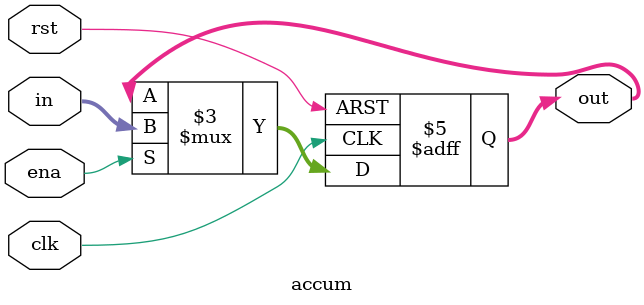
<source format=sv>
`timescale 1ns / 1ps

// a register, to storage result
module accum(
    input clk, rst, ena,
    input [11:0] in,
    output logic [11:0] out
    );
    
    always @(posedge clk or posedge rst) begin
        if (rst) out <= 12'd0;
        else begin
            if (ena) out <= in;
            else out <= out;
        end
    end
    
endmodule

</source>
